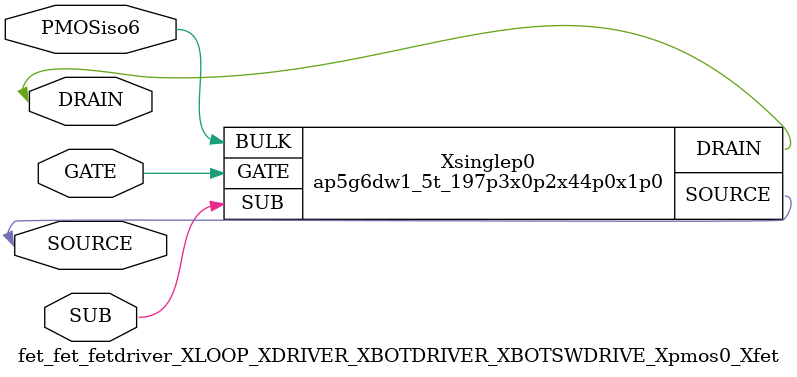
<source format=v>

module ap5g6dw1_5t_197p3x0p2x44p0x1p0 (DRAIN,GATE,SOURCE,BULK,SUB);
  input GATE;
  input BULK;
  input SUB;
  inout SOURCE;
  inout DRAIN;
endmodule

//Celera Confidential Do Not Copy fet_fet_fetdriver_XLOOP_XDRIVER_XBOTDRIVER_XBOTSWDRIVE_Xpmos0_Xfet
//Celera Confidential Symbol Generator
//power PMOS:Ron:2.000 Ohm
//Vgs 6V Vds 6V
//Kelvin:no

module fet_fet_fetdriver_XLOOP_XDRIVER_XBOTDRIVER_XBOTSWDRIVE_Xpmos0_Xfet (GATE,SOURCE,DRAIN,PMOSiso6,SUB);
input GATE;
inout SOURCE;
inout DRAIN;
input SUB;
input PMOSiso6;

//Celera Confidential Do Not Copy ap5g6dw1_5t_197p3x0p2x44p0x1p0
ap5g6dw1_5t_197p3x0p2x44p0x1p0 Xsinglep0(
.DRAIN (DRAIN),
.GATE (GATE),
.SOURCE (SOURCE),
.BULK (PMOSiso6),
.SUB (SUB)
);
//,diesize,ap5g6dw1_5t_197p3x0p2x44p0x1p0

//Celera Confidential Do Not Copy Module End
//Celera Schematic Generator
endmodule

</source>
